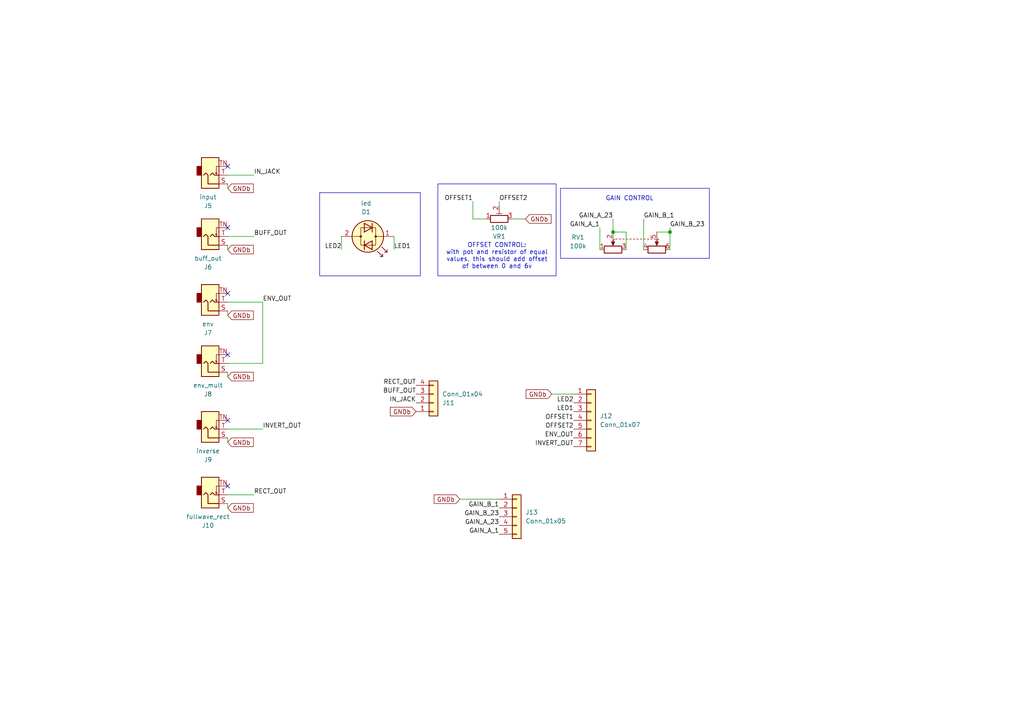
<source format=kicad_sch>
(kicad_sch (version 20231120) (generator "eeschema") (generator_version "8.0")
  (paper "A4")
  (lib_symbols
    (symbol "Connector_Audio:AudioJack2_SwitchT"
      (property "Reference" "J" (at 0 8.89 0))
      (property "Value" "AudioJack2_SwitchT" (at 0 6.35 0))
      (symbol "AudioJack2_SwitchT_0_1"
        (rectangle (start -2.54 0) (end -3.81 -2.54) (stroke (width 0.254)) (fill (type outline)))
        (polyline (pts (xy 1.778 -0.254) (xy 2.032 -0.762)))
        (polyline (pts (xy 0 0) (xy 0.635 -0.635) (xy 1.27 0) (xy 2.54 0)) (stroke (width 0.254)))
        (polyline (pts (xy 2.54 -2.54) (xy 1.778 -2.54) (xy 1.778 -0.254) (xy 1.524 -0.762)))
        (polyline (pts (xy 2.54 2.54) (xy -0.635 2.54) (xy -0.635 0) (xy -1.27 -0.635) (xy -1.905 0)) (stroke (width 0.254)))
        (rectangle (start 2.54 3.81) (end -2.54 -5.08) (stroke (width 0.254)) (fill (type background)))
      )
      (symbol "AudioJack2_SwitchT_1_1"
        (pin passive line (at 5.08 2.54 180) (length 2.54) (name "~") (number "S"))
        (pin passive line (at 5.08 0 180) (length 2.54) (name "~") (number "T"))
        (pin passive line (at 5.08 -2.54 180) (length 2.54) (name "~") (number "TN"))
      )
    )
    (symbol "Connector_Generic:Conn_01x04" (pin_names (offset 1.016) hide)
      (property "Reference" "J" (at 0 5.08 0))
      (property "Value" "Conn_01x04" (at 0 -7.62 0))
      (symbol "Conn_01x04_1_1"
        (rectangle (start -1.27 -4.953) (end 0 -5.207) (stroke (width 0.1524)))
        (rectangle (start -1.27 -2.413) (end 0 -2.667) (stroke (width 0.1524)))
        (rectangle (start -1.27 0.127) (end 0 -0.127) (stroke (width 0.1524)))
        (rectangle (start -1.27 2.667) (end 0 2.413) (stroke (width 0.1524)))
        (rectangle (start -1.27 3.81) (end 1.27 -6.35) (stroke (width 0.254)) (fill (type background)))
        (pin passive line (at -5.08 2.54 0) (length 3.81) (name "Pin_1") (number "1"))
        (pin passive line (at -5.08 0 0) (length 3.81) (name "Pin_2") (number "2"))
        (pin passive line (at -5.08 -2.54 0) (length 3.81) (name "Pin_3") (number "3"))
        (pin passive line (at -5.08 -5.08 0) (length 3.81) (name "Pin_4") (number "4"))
      )
    )
    (symbol "Connector_Generic:Conn_01x05" (pin_names (offset 1.016) hide)
      (property "Reference" "J" (at 0 7.62 0))
      (property "Value" "Conn_01x05" (at 0 -7.62 0))
      (symbol "Conn_01x05_1_1"
        (rectangle (start -1.27 -4.953) (end 0 -5.207) (stroke (width 0.1524)))
        (rectangle (start -1.27 -2.413) (end 0 -2.667) (stroke (width 0.1524)))
        (rectangle (start -1.27 0.127) (end 0 -0.127) (stroke (width 0.1524)))
        (rectangle (start -1.27 2.667) (end 0 2.413) (stroke (width 0.1524)))
        (rectangle (start -1.27 5.207) (end 0 4.953) (stroke (width 0.1524)))
        (rectangle (start -1.27 6.35) (end 1.27 -6.35) (stroke (width 0.254)) (fill (type background)))
        (pin passive line (at -5.08 5.08 0) (length 3.81) (name "Pin_1") (number "1"))
        (pin passive line (at -5.08 2.54 0) (length 3.81) (name "Pin_2") (number "2"))
        (pin passive line (at -5.08 0 0) (length 3.81) (name "Pin_3") (number "3"))
        (pin passive line (at -5.08 -2.54 0) (length 3.81) (name "Pin_4") (number "4"))
        (pin passive line (at -5.08 -5.08 0) (length 3.81) (name "Pin_5") (number "5"))
      )
    )
    (symbol "Connector_Generic:Conn_01x07" (pin_names (offset 1.016) hide)
      (property "Reference" "J" (at 0 10.16 0))
      (property "Value" "Conn_01x07" (at 0 -10.16 0))
      (symbol "Conn_01x07_1_1"
        (rectangle (start -1.27 -7.493) (end 0 -7.747) (stroke (width 0.1524)))
        (rectangle (start -1.27 -4.953) (end 0 -5.207) (stroke (width 0.1524)))
        (rectangle (start -1.27 -2.413) (end 0 -2.667) (stroke (width 0.1524)))
        (rectangle (start -1.27 0.127) (end 0 -0.127) (stroke (width 0.1524)))
        (rectangle (start -1.27 2.667) (end 0 2.413) (stroke (width 0.1524)))
        (rectangle (start -1.27 5.207) (end 0 4.953) (stroke (width 0.1524)))
        (rectangle (start -1.27 7.747) (end 0 7.493) (stroke (width 0.1524)))
        (rectangle (start -1.27 8.89) (end 1.27 -8.89) (stroke (width 0.254)) (fill (type background)))
        (pin passive line (at -5.08 7.62 0) (length 3.81) (name "Pin_1") (number "1"))
        (pin passive line (at -5.08 5.08 0) (length 3.81) (name "Pin_2") (number "2"))
        (pin passive line (at -5.08 2.54 0) (length 3.81) (name "Pin_3") (number "3"))
        (pin passive line (at -5.08 0 0) (length 3.81) (name "Pin_4") (number "4"))
        (pin passive line (at -5.08 -2.54 0) (length 3.81) (name "Pin_5") (number "5"))
        (pin passive line (at -5.08 -5.08 0) (length 3.81) (name "Pin_6") (number "6"))
        (pin passive line (at -5.08 -7.62 0) (length 3.81) (name "Pin_7") (number "7"))
      )
    )
    (symbol "Device:LED_Dual_Bidirectional" (pin_names (offset 0) hide)
      (property "Reference" "D" (at 0 5.715 0))
      (property "Value" "LED_Dual_Bidirectional" (at 0 -6.35 0))
      (symbol "LED_Dual_Bidirectional_0_1"
        (circle (center -2.032 0) (radius 0.254) (fill (type outline)))
        (polyline (pts (xy -4.572 0) (xy -2.54 0)))
        (polyline (pts (xy -2.032 0) (xy -2.54 0)))
        (polyline (pts (xy -1.016 3.81) (xy -1.016 1.27)) (stroke (width 0.254)))
        (polyline (pts (xy 1.27 -1.27) (xy 1.27 -3.81)) (stroke (width 0.254)))
        (polyline (pts (xy 4.064 0) (xy 2.286 0)) (fill (type outline)))
        (polyline (pts (xy 4.318 5.842) (xy 4.318 5.08)) (stroke (width 0.2032)))
        (polyline (pts (xy 5.588 4.572) (xy 5.588 3.81)) (stroke (width 0.2032)))
        (polyline (pts (xy 2.794 4.318) (xy 4.318 5.842) (xy 3.556 5.842)) (stroke (width 0.2032)))
        (polyline (pts (xy 4.064 3.048) (xy 5.588 4.572) (xy 4.826 4.572)) (stroke (width 0.2032)))
        (polyline (pts (xy -1.016 -1.27) (xy -1.016 -3.81) (xy 1.27 -2.54) (xy -1.016 -1.27)) (stroke (width 0.254)))
        (polyline (pts (xy 1.27 3.81) (xy 1.27 1.27) (xy -1.016 2.54) (xy 1.27 3.81)) (stroke (width 0.254)))
        (polyline (pts (xy 2.286 2.54) (xy -2.032 2.54) (xy -2.032 -2.54) (xy 2.286 -2.54) (xy 2.286 2.54)))
        (circle (center 0 0) (radius 4.572) (stroke (width 0.254)) (fill (type background)))
        (circle (center 2.286 0) (radius 0.254) (fill (type outline)))
      )
      (symbol "LED_Dual_Bidirectional_1_1"
        (pin input line (at 7.62 0 180) (length 3.81) (name "KA") (number "1"))
        (pin input line (at -7.62 0 0) (length 3.048) (name "AK") (number "2"))
      )
    )
    (symbol "Device:R_Potentiometer_Dual" (pin_names (offset 1.016) hide)
      (property "Reference" "RV" (at 0 3.81 0))
      (property "Value" "R_Potentiometer_Dual" (at 0 1.905 0))
      (symbol "R_Potentiometer_Dual_0_1"
        (rectangle (start -8.89 -1.524) (end -3.81 -3.556) (stroke (width 0.254)))
        (polyline (pts (xy -6.35 0) (xy -6.35 -1.016)))
        (polyline (pts (xy -6.35 0) (xy -6.35 -1.016)))
        (polyline (pts (xy -6.35 0) (xy -5.842 0.508)))
        (polyline (pts (xy -5.588 0.508) (xy -5.08 0.508)))
        (polyline (pts (xy -4.572 0.508) (xy -4.064 0.508)))
        (polyline (pts (xy -3.556 0.508) (xy -3.048 0.508)))
        (polyline (pts (xy -2.54 0.508) (xy -2.032 0.508)))
        (polyline (pts (xy -1.524 0.508) (xy -1.016 0.508)))
        (polyline (pts (xy -0.508 0.508) (xy 0 0.508)))
        (polyline (pts (xy 0.508 0.508) (xy 1.016 0.508)))
        (polyline (pts (xy 1.524 0.508) (xy 2.032 0.508)))
        (polyline (pts (xy 2.54 0.508) (xy 3.048 0.508)))
        (polyline (pts (xy 3.556 0.508) (xy 4.064 0.508)))
        (polyline (pts (xy 4.572 0.508) (xy 5.08 0.508)))
        (polyline (pts (xy 5.588 0.508) (xy 6.096 0.508)))
        (polyline (pts (xy 6.35 0) (xy 6.35 -1.016)))
        (polyline (pts (xy 6.35 0) (xy 6.35 -1.016)))
        (polyline (pts (xy 6.604 0.508) (xy 6.858 0.508) (xy 6.35 0)))
        (polyline (pts (xy -6.35 -1.397) (xy -6.858 -0.254) (xy -5.842 -0.254) (xy -6.35 -1.397)) (fill (type outline)))
        (polyline (pts (xy 6.35 -1.397) (xy 5.842 -0.254) (xy 6.858 -0.254) (xy 6.35 -1.397)) (fill (type outline)))
        (rectangle (start 3.81 -1.524) (end 8.89 -3.556) (stroke (width 0.254)))
      )
      (symbol "R_Potentiometer_Dual_1_1"
        (pin passive line (at -10.16 -2.54 0) (length 1.27) (name "1") (number "1"))
        (pin passive line (at -6.35 2.54 270) (length 2.54) (name "2") (number "2"))
        (pin passive line (at -2.54 -2.54 180) (length 1.27) (name "3") (number "3"))
        (pin passive line (at 2.54 -2.54 0) (length 1.27) (name "4") (number "4"))
        (pin passive line (at 6.35 2.54 270) (length 2.54) (name "5") (number "5"))
        (pin passive line (at 10.16 -2.54 180) (length 1.27) (name "6") (number "6"))
      )
    )
    (symbol "Device:R_Potentiometer_Trim" (pin_names (offset 1.016) hide)
      (property "Reference" "RV" (at -4.445 0 90))
      (property "Value" "R_Potentiometer_Trim" (at -2.54 0 90))
      (symbol "R_Potentiometer_Trim_0_1"
        (polyline (pts (xy 1.524 0.762) (xy 1.524 -0.762)))
        (polyline (pts (xy 2.54 0) (xy 1.524 0)))
        (rectangle (start 1.016 2.54) (end -1.016 -2.54) (stroke (width 0.254)))
      )
      (symbol "R_Potentiometer_Trim_1_1"
        (pin passive line (at 0 3.81 270) (length 1.27) (name "1") (number "1"))
        (pin passive line (at 3.81 0 180) (length 1.27) (name "2") (number "2"))
        (pin passive line (at 0 -3.81 90) (length 1.27) (name "3") (number "3"))
      )
    )
  )
  (junction (at 177.8 67.31))
  (junction (at 194.31 67.31))
  (no_connect (at 66.04 48.26))
  (no_connect (at 66.04 102.87))
  (no_connect (at 66.04 140.97))
  (no_connect (at 66.04 121.92))
  (no_connect (at 66.04 66.04))
  (no_connect (at 66.04 85.09))
  (wire (pts (xy 160.02 114.3) (xy 166.37 114.3)))
  (wire (pts (xy 66.04 72.39) (xy 66.04 71.12)))
  (wire (pts (xy 177.8 67.31) (xy 181.61 67.31)))
  (wire (pts (xy 186.69 63.5) (xy 186.69 72.39)))
  (wire (pts (xy 66.04 87.63) (xy 76.2 87.63)))
  (wire (pts (xy 114.3 68.58) (xy 114.3 72.39)))
  (wire (pts (xy 194.31 67.31) (xy 194.31 72.39)))
  (wire (pts (xy 137.16 58.42) (xy 137.16 63.5)))
  (wire (pts (xy 137.16 63.5) (xy 140.97 63.5)))
  (wire (pts (xy 66.04 147.32) (xy 66.04 146.05)))
  (wire (pts (xy 66.04 91.44) (xy 66.04 90.17)))
  (wire (pts (xy 76.2 87.63) (xy 76.2 105.41)))
  (wire (pts (xy 73.66 68.58) (xy 66.04 68.58)))
  (wire (pts (xy 181.61 67.31) (xy 181.61 72.39)))
  (wire (pts (xy 190.5 67.31) (xy 194.31 67.31)))
  (wire (pts (xy 73.66 143.51) (xy 66.04 143.51)))
  (wire (pts (xy 99.06 68.58) (xy 99.06 72.39)))
  (wire (pts (xy 144.78 58.42) (xy 144.78 59.69)))
  (wire (pts (xy 194.31 66.04) (xy 194.31 67.31)))
  (wire (pts (xy 66.04 128.27) (xy 66.04 127)))
  (wire (pts (xy 173.99 66.04) (xy 173.99 72.39)))
  (wire (pts (xy 73.66 50.8) (xy 66.04 50.8)))
  (wire (pts (xy 76.2 124.46) (xy 66.04 124.46)))
  (wire (pts (xy 133.35 144.78) (xy 144.78 144.78)))
  (wire (pts (xy 177.8 63.5) (xy 177.8 67.31)))
  (wire (pts (xy 66.04 54.61) (xy 66.04 53.34)))
  (wire (pts (xy 76.2 105.41) (xy 66.04 105.41)))
  (wire (pts (xy 148.59 63.5) (xy 152.4 63.5)))
  (wire (pts (xy 66.04 109.22) (xy 66.04 107.95)))
  (rectangle (start 127 53.34) (end 161.29 80.01))
  (rectangle (start 162.56 54.61) (end 205.74 74.93))
  (rectangle (start 92.71 55.88) (end 121.92 80.01))
  (text "GAIN CONTROL" (at 182.626 57.658 0) (effects (font (size 1.27 1.27))))
  (text "OFFSET CONTROL:\nwith pot and resistor of equal\nvalues, this should add offset\nof between 0 and 6v" (at 144.145 74.295 0) (effects (font (size 1.27 1.27))))
  (label "INVERT_OUT" (at 166.37 129.54 180))
  (label "GAIN_B_1" (at 186.69 63.5 0))
  (label "BUFF_OUT" (at 73.66 68.58 0))
  (label "LED2" (at 166.37 116.84 180))
  (label "LED2" (at 99.06 72.39 180))
  (label "OFFSET2" (at 144.78 58.42 0))
  (label "GAIN_A_23" (at 144.78 152.4 180))
  (label "BUFF_OUT" (at 120.65 114.3 180))
  (label "ENV_OUT" (at 76.2 87.63 0))
  (label "OFFSET1" (at 166.37 121.92 180))
  (label "GAIN_A_1" (at 173.99 66.04 180))
  (label "OFFSET1" (at 137.16 58.42 180))
  (label "OFFSET2" (at 166.37 124.46 180))
  (label "IN_JACK" (at 120.65 116.84 180))
  (label "GAIN_B_1" (at 144.78 147.32 180))
  (label "IN_JACK" (at 73.66 50.8 0))
  (label "LED1" (at 114.3 72.39 0))
  (label "GAIN_B_23" (at 194.31 66.04 0))
  (label "INVERT_OUT" (at 76.2 124.46 0))
  (label "LED1" (at 166.37 119.38 180))
  (label "RECT_OUT" (at 73.66 143.51 0))
  (label "GAIN_B_23" (at 144.78 149.86 180))
  (label "GAIN_A_1" (at 144.78 154.94 180))
  (label "GAIN_A_23" (at 177.8 63.5 180))
  (label "RECT_OUT" (at 120.65 111.76 180))
  (label "ENV_OUT" (at 166.37 127 180))
  (global_label "GNDb" (shape input) (at 66.04 72.39 0) (property "Intersheetrefs" "${INTERSHEET_REFS}" (effects (hide yes))))
  (global_label "GNDb" (shape input) (at 160.02 114.3 180) (property "Intersheetrefs" "${INTERSHEET_REFS}" (effects (hide yes))))
  (global_label "GNDb" (shape input) (at 66.04 91.44 0) (property "Intersheetrefs" "${INTERSHEET_REFS}" (effects (hide yes))))
  (global_label "GNDb" (shape input) (at 120.65 119.38 180) (property "Intersheetrefs" "${INTERSHEET_REFS}" (effects (hide yes))))
  (global_label "GNDb" (shape input) (at 66.04 147.32 0) (property "Intersheetrefs" "${INTERSHEET_REFS}" (effects (hide yes))))
  (global_label "GNDb" (shape input) (at 66.04 54.61 0) (property "Intersheetrefs" "${INTERSHEET_REFS}" (effects (hide yes))))
  (global_label "GNDb" (shape input) (at 152.4 63.5 0) (property "Intersheetrefs" "${INTERSHEET_REFS}" (effects (hide yes))))
  (global_label "GNDb" (shape input) (at 66.04 128.27 0) (property "Intersheetrefs" "${INTERSHEET_REFS}" (effects (hide yes))))
  (global_label "GNDb" (shape input) (at 66.04 109.22 0) (property "Intersheetrefs" "${INTERSHEET_REFS}" (effects (hide yes))))
  (global_label "GNDb" (shape input) (at 133.35 144.78 180) (property "Intersheetrefs" "${INTERSHEET_REFS}" (effects (hide yes))))
  (symbol (lib_id "Connector_Audio:AudioJack2_SwitchT") (at 60.96 50.8 0) (mirror x) (unit 1)
    (property "Reference" "J5" (at 60.325 59.69 0))
    (property "Value" "input" (at 60.325 57.15 0))
    (property "Footprint" "WeirdVibes:Thonkiconn" (effects (hide yes)))
    (property "Description" "Audio Jack, 2 Poles (Mono / TS), Switched T Pole (Normalling)" (effects (hide yes)))
  )
  (symbol (lib_id "Device:R_Potentiometer_Trim") (at 144.78 63.5 90) (unit 1)
    (property "Reference" "VR1" (at 144.78 68.58 90))
    (property "Value" "100k" (at 144.78 66.04 90))
    (property "Footprint" "Potentiometer_THT:Potentiometer_Alps_RK09K_Single_Vertical" (effects (hide yes)))
    (property "Description" "Trim-potentiometer" (effects (hide yes)))
  )
  (symbol (lib_id "Connector_Audio:AudioJack2_SwitchT") (at 60.96 124.46 0) (mirror x) (unit 1)
    (property "Reference" "J9" (at 60.325 133.35 0))
    (property "Value" "inverse" (at 60.325 130.81 0))
    (property "Footprint" "WeirdVibes:Thonkiconn" (effects (hide yes)))
    (property "Description" "Audio Jack, 2 Poles (Mono / TS), Switched T Pole (Normalling)" (effects (hide yes)))
  )
  (symbol (lib_id "Connector_Audio:AudioJack2_SwitchT") (at 60.96 68.58 0) (mirror x) (unit 1)
    (property "Reference" "J6" (at 60.325 77.47 0))
    (property "Value" "buff_out" (at 60.325 74.93 0))
    (property "Footprint" "WeirdVibes:Thonkiconn" (effects (hide yes)))
    (property "Description" "Audio Jack, 2 Poles (Mono / TS), Switched T Pole (Normalling)" (effects (hide yes)))
  )
  (symbol (lib_id "Connector_Audio:AudioJack2_SwitchT") (at 60.96 87.63 0) (mirror x) (unit 1)
    (property "Reference" "J7" (at 60.325 96.52 0))
    (property "Value" "env" (at 60.325 93.98 0))
    (property "Footprint" "WeirdVibes:Thonkiconn" (effects (hide yes)))
    (property "Description" "Audio Jack, 2 Poles (Mono / TS), Switched T Pole (Normalling)" (effects (hide yes)))
  )
  (symbol (lib_id "Connector_Audio:AudioJack2_SwitchT") (at 60.96 105.41 0) (mirror x) (unit 1)
    (property "Reference" "J8" (at 60.325 114.3 0))
    (property "Value" "env_mult" (at 60.325 111.76 0))
    (property "Footprint" "WeirdVibes:Thonkiconn" (effects (hide yes)))
    (property "Description" "Audio Jack, 2 Poles (Mono / TS), Switched T Pole (Normalling)" (effects (hide yes)))
  )
  (symbol (lib_id "Device:LED_Dual_Bidirectional") (at 106.68 68.58 0) (mirror x) (unit 1)
    (property "Reference" "D1" (at 106.172 61.468 0))
    (property "Value" "led" (at 106.172 58.928 0))
    (property "Footprint" "LED_THT:LED_D3.0mm" (effects (hide yes)))
    (property "Description" "Dual LED, bidirectional" (effects (hide yes)))
  )
  (symbol (lib_id "Connector_Generic:Conn_01x07") (at 171.45 121.92 0) (unit 1)
    (property "Reference" "J12" (at 173.99 120.6499 0) (effects (justify left)))
    (property "Value" "Conn_01x07" (at 173.99 123.1899 0) (effects (justify left)))
    (property "Footprint" "Connector_PinSocket_2.54mm:PinSocket_1x07_P2.54mm_Vertical" (effects (hide yes)))
    (property "Description" "Generic connector, single row, 01x07, script generated (kicad-library-utils/schlib/autogen/connector/)" (effects (hide yes)))
  )
  (symbol (lib_id "Connector_Audio:AudioJack2_SwitchT") (at 60.96 143.51 0) (mirror x) (unit 1)
    (property "Reference" "J10" (at 60.325 152.4 0))
    (property "Value" "fullwave_rect" (at 60.325 149.86 0))
    (property "Footprint" "WeirdVibes:Thonkiconn" (effects (hide yes)))
    (property "Description" "Audio Jack, 2 Poles (Mono / TS), Switched T Pole (Normalling)" (effects (hide yes)))
  )
  (symbol (lib_id "Device:R_Potentiometer_Dual") (at 184.15 69.85 0) (unit 1)
    (property "Reference" "RV1" (at 167.64 68.834 0))
    (property "Value" "100k" (at 167.64 71.374 0))
    (property "Footprint" "Potentiometer_THT:Potentiometer_Alpha_RD902F-40-00D_Dual_Vertical" (effects (hide yes)))
    (property "Description" "Dual potentiometer" (effects (hide yes)))
  )
  (symbol (lib_id "Connector_Generic:Conn_01x04") (at 125.73 116.84 0) (mirror x) (unit 1)
    (property "Reference" "J11" (at 128.27 116.8401 0) (effects (justify left)))
    (property "Value" "Conn_01x04" (at 128.27 114.3001 0) (effects (justify left)))
    (property "Footprint" "Connector_PinSocket_2.54mm:PinSocket_1x04_P2.54mm_Vertical" (effects (hide yes)))
    (property "Description" "Generic connector, single row, 01x04, script generated (kicad-library-utils/schlib/autogen/connector/)" (effects (hide yes)))
  )
  (symbol (lib_id "Connector_Generic:Conn_01x05") (at 149.86 149.86 0) (unit 1)
    (property "Reference" "J13" (at 152.4 148.5899 0) (effects (justify left)))
    (property "Value" "Conn_01x05" (at 152.4 151.1299 0) (effects (justify left)))
    (property "Footprint" "Connector_PinSocket_2.54mm:PinSocket_1x05_P2.54mm_Vertical" (effects (hide yes)))
    (property "Description" "Generic connector, single row, 01x05, script generated (kicad-library-utils/schlib/autogen/connector/)" (effects (hide yes)))
  )
)
</source>
